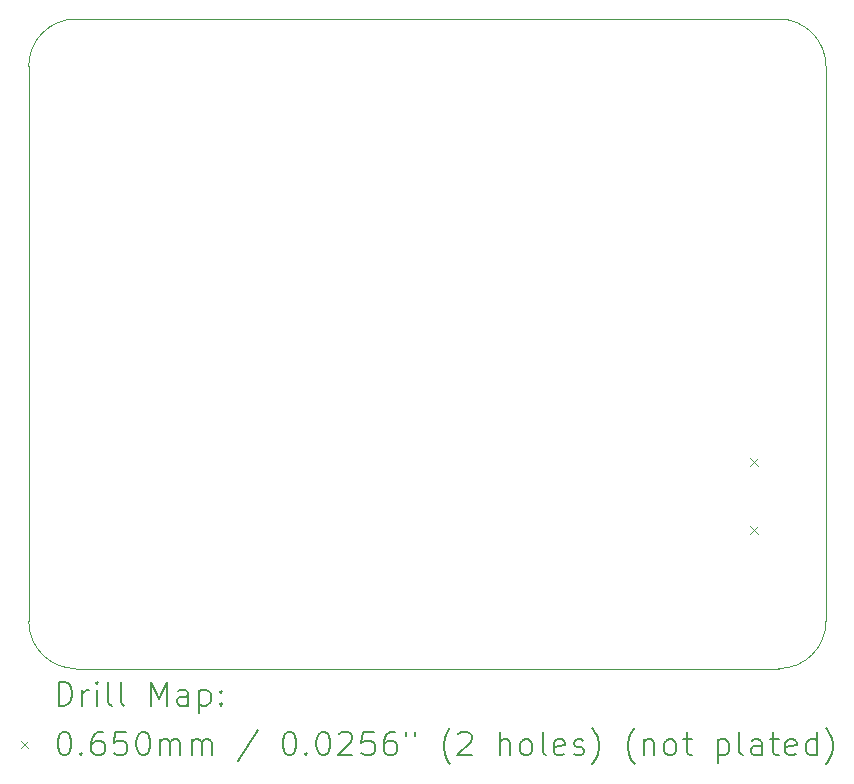
<source format=gbr>
%TF.GenerationSoftware,KiCad,Pcbnew,(6.0.10)*%
%TF.CreationDate,2023-06-21T21:11:07+02:00*%
%TF.ProjectId,FOX-PDA-v1,464f582d-5044-4412-9d76-312e6b696361,rev?*%
%TF.SameCoordinates,Original*%
%TF.FileFunction,Drillmap*%
%TF.FilePolarity,Positive*%
%FSLAX45Y45*%
G04 Gerber Fmt 4.5, Leading zero omitted, Abs format (unit mm)*
G04 Created by KiCad (PCBNEW (6.0.10)) date 2023-06-21 21:11:07*
%MOMM*%
%LPD*%
G01*
G04 APERTURE LIST*
%ADD10C,0.050000*%
%ADD11C,0.200000*%
%ADD12C,0.065000*%
G04 APERTURE END LIST*
D10*
X18150000Y-12100000D02*
G75*
G03*
X18550000Y-11700000I0J400000D01*
G01*
X18550000Y-7000000D02*
X18550000Y-11700000D01*
X11800000Y-11700000D02*
G75*
G03*
X12200000Y-12100000I400000J0D01*
G01*
X12200000Y-6600000D02*
G75*
G03*
X11800000Y-7000000I0J-400000D01*
G01*
X11800000Y-11700000D02*
X11800000Y-7000000D01*
X18550000Y-7000000D02*
G75*
G03*
X18150000Y-6600000I-400000J0D01*
G01*
X12200000Y-6600000D02*
X18150000Y-6600000D01*
X18150000Y-12100000D02*
X12200000Y-12100000D01*
D11*
D12*
X17907200Y-10318500D02*
X17972200Y-10383500D01*
X17972200Y-10318500D02*
X17907200Y-10383500D01*
X17907200Y-10896500D02*
X17972200Y-10961500D01*
X17972200Y-10896500D02*
X17907200Y-10961500D01*
D11*
X12055119Y-12412976D02*
X12055119Y-12212976D01*
X12102738Y-12212976D01*
X12131309Y-12222500D01*
X12150357Y-12241548D01*
X12159881Y-12260595D01*
X12169405Y-12298690D01*
X12169405Y-12327262D01*
X12159881Y-12365357D01*
X12150357Y-12384405D01*
X12131309Y-12403452D01*
X12102738Y-12412976D01*
X12055119Y-12412976D01*
X12255119Y-12412976D02*
X12255119Y-12279643D01*
X12255119Y-12317738D02*
X12264643Y-12298690D01*
X12274167Y-12289167D01*
X12293214Y-12279643D01*
X12312262Y-12279643D01*
X12378928Y-12412976D02*
X12378928Y-12279643D01*
X12378928Y-12212976D02*
X12369405Y-12222500D01*
X12378928Y-12232024D01*
X12388452Y-12222500D01*
X12378928Y-12212976D01*
X12378928Y-12232024D01*
X12502738Y-12412976D02*
X12483690Y-12403452D01*
X12474167Y-12384405D01*
X12474167Y-12212976D01*
X12607500Y-12412976D02*
X12588452Y-12403452D01*
X12578928Y-12384405D01*
X12578928Y-12212976D01*
X12836071Y-12412976D02*
X12836071Y-12212976D01*
X12902738Y-12355833D01*
X12969405Y-12212976D01*
X12969405Y-12412976D01*
X13150357Y-12412976D02*
X13150357Y-12308214D01*
X13140833Y-12289167D01*
X13121786Y-12279643D01*
X13083690Y-12279643D01*
X13064643Y-12289167D01*
X13150357Y-12403452D02*
X13131309Y-12412976D01*
X13083690Y-12412976D01*
X13064643Y-12403452D01*
X13055119Y-12384405D01*
X13055119Y-12365357D01*
X13064643Y-12346309D01*
X13083690Y-12336786D01*
X13131309Y-12336786D01*
X13150357Y-12327262D01*
X13245595Y-12279643D02*
X13245595Y-12479643D01*
X13245595Y-12289167D02*
X13264643Y-12279643D01*
X13302738Y-12279643D01*
X13321786Y-12289167D01*
X13331309Y-12298690D01*
X13340833Y-12317738D01*
X13340833Y-12374881D01*
X13331309Y-12393928D01*
X13321786Y-12403452D01*
X13302738Y-12412976D01*
X13264643Y-12412976D01*
X13245595Y-12403452D01*
X13426548Y-12393928D02*
X13436071Y-12403452D01*
X13426548Y-12412976D01*
X13417024Y-12403452D01*
X13426548Y-12393928D01*
X13426548Y-12412976D01*
X13426548Y-12289167D02*
X13436071Y-12298690D01*
X13426548Y-12308214D01*
X13417024Y-12298690D01*
X13426548Y-12289167D01*
X13426548Y-12308214D01*
D12*
X11732500Y-12710000D02*
X11797500Y-12775000D01*
X11797500Y-12710000D02*
X11732500Y-12775000D01*
D11*
X12093214Y-12632976D02*
X12112262Y-12632976D01*
X12131309Y-12642500D01*
X12140833Y-12652024D01*
X12150357Y-12671071D01*
X12159881Y-12709167D01*
X12159881Y-12756786D01*
X12150357Y-12794881D01*
X12140833Y-12813928D01*
X12131309Y-12823452D01*
X12112262Y-12832976D01*
X12093214Y-12832976D01*
X12074167Y-12823452D01*
X12064643Y-12813928D01*
X12055119Y-12794881D01*
X12045595Y-12756786D01*
X12045595Y-12709167D01*
X12055119Y-12671071D01*
X12064643Y-12652024D01*
X12074167Y-12642500D01*
X12093214Y-12632976D01*
X12245595Y-12813928D02*
X12255119Y-12823452D01*
X12245595Y-12832976D01*
X12236071Y-12823452D01*
X12245595Y-12813928D01*
X12245595Y-12832976D01*
X12426548Y-12632976D02*
X12388452Y-12632976D01*
X12369405Y-12642500D01*
X12359881Y-12652024D01*
X12340833Y-12680595D01*
X12331309Y-12718690D01*
X12331309Y-12794881D01*
X12340833Y-12813928D01*
X12350357Y-12823452D01*
X12369405Y-12832976D01*
X12407500Y-12832976D01*
X12426548Y-12823452D01*
X12436071Y-12813928D01*
X12445595Y-12794881D01*
X12445595Y-12747262D01*
X12436071Y-12728214D01*
X12426548Y-12718690D01*
X12407500Y-12709167D01*
X12369405Y-12709167D01*
X12350357Y-12718690D01*
X12340833Y-12728214D01*
X12331309Y-12747262D01*
X12626548Y-12632976D02*
X12531309Y-12632976D01*
X12521786Y-12728214D01*
X12531309Y-12718690D01*
X12550357Y-12709167D01*
X12597976Y-12709167D01*
X12617024Y-12718690D01*
X12626548Y-12728214D01*
X12636071Y-12747262D01*
X12636071Y-12794881D01*
X12626548Y-12813928D01*
X12617024Y-12823452D01*
X12597976Y-12832976D01*
X12550357Y-12832976D01*
X12531309Y-12823452D01*
X12521786Y-12813928D01*
X12759881Y-12632976D02*
X12778928Y-12632976D01*
X12797976Y-12642500D01*
X12807500Y-12652024D01*
X12817024Y-12671071D01*
X12826548Y-12709167D01*
X12826548Y-12756786D01*
X12817024Y-12794881D01*
X12807500Y-12813928D01*
X12797976Y-12823452D01*
X12778928Y-12832976D01*
X12759881Y-12832976D01*
X12740833Y-12823452D01*
X12731309Y-12813928D01*
X12721786Y-12794881D01*
X12712262Y-12756786D01*
X12712262Y-12709167D01*
X12721786Y-12671071D01*
X12731309Y-12652024D01*
X12740833Y-12642500D01*
X12759881Y-12632976D01*
X12912262Y-12832976D02*
X12912262Y-12699643D01*
X12912262Y-12718690D02*
X12921786Y-12709167D01*
X12940833Y-12699643D01*
X12969405Y-12699643D01*
X12988452Y-12709167D01*
X12997976Y-12728214D01*
X12997976Y-12832976D01*
X12997976Y-12728214D02*
X13007500Y-12709167D01*
X13026548Y-12699643D01*
X13055119Y-12699643D01*
X13074167Y-12709167D01*
X13083690Y-12728214D01*
X13083690Y-12832976D01*
X13178928Y-12832976D02*
X13178928Y-12699643D01*
X13178928Y-12718690D02*
X13188452Y-12709167D01*
X13207500Y-12699643D01*
X13236071Y-12699643D01*
X13255119Y-12709167D01*
X13264643Y-12728214D01*
X13264643Y-12832976D01*
X13264643Y-12728214D02*
X13274167Y-12709167D01*
X13293214Y-12699643D01*
X13321786Y-12699643D01*
X13340833Y-12709167D01*
X13350357Y-12728214D01*
X13350357Y-12832976D01*
X13740833Y-12623452D02*
X13569405Y-12880595D01*
X13997976Y-12632976D02*
X14017024Y-12632976D01*
X14036071Y-12642500D01*
X14045595Y-12652024D01*
X14055119Y-12671071D01*
X14064643Y-12709167D01*
X14064643Y-12756786D01*
X14055119Y-12794881D01*
X14045595Y-12813928D01*
X14036071Y-12823452D01*
X14017024Y-12832976D01*
X13997976Y-12832976D01*
X13978928Y-12823452D01*
X13969405Y-12813928D01*
X13959881Y-12794881D01*
X13950357Y-12756786D01*
X13950357Y-12709167D01*
X13959881Y-12671071D01*
X13969405Y-12652024D01*
X13978928Y-12642500D01*
X13997976Y-12632976D01*
X14150357Y-12813928D02*
X14159881Y-12823452D01*
X14150357Y-12832976D01*
X14140833Y-12823452D01*
X14150357Y-12813928D01*
X14150357Y-12832976D01*
X14283690Y-12632976D02*
X14302738Y-12632976D01*
X14321786Y-12642500D01*
X14331309Y-12652024D01*
X14340833Y-12671071D01*
X14350357Y-12709167D01*
X14350357Y-12756786D01*
X14340833Y-12794881D01*
X14331309Y-12813928D01*
X14321786Y-12823452D01*
X14302738Y-12832976D01*
X14283690Y-12832976D01*
X14264643Y-12823452D01*
X14255119Y-12813928D01*
X14245595Y-12794881D01*
X14236071Y-12756786D01*
X14236071Y-12709167D01*
X14245595Y-12671071D01*
X14255119Y-12652024D01*
X14264643Y-12642500D01*
X14283690Y-12632976D01*
X14426548Y-12652024D02*
X14436071Y-12642500D01*
X14455119Y-12632976D01*
X14502738Y-12632976D01*
X14521786Y-12642500D01*
X14531309Y-12652024D01*
X14540833Y-12671071D01*
X14540833Y-12690119D01*
X14531309Y-12718690D01*
X14417024Y-12832976D01*
X14540833Y-12832976D01*
X14721786Y-12632976D02*
X14626548Y-12632976D01*
X14617024Y-12728214D01*
X14626548Y-12718690D01*
X14645595Y-12709167D01*
X14693214Y-12709167D01*
X14712262Y-12718690D01*
X14721786Y-12728214D01*
X14731309Y-12747262D01*
X14731309Y-12794881D01*
X14721786Y-12813928D01*
X14712262Y-12823452D01*
X14693214Y-12832976D01*
X14645595Y-12832976D01*
X14626548Y-12823452D01*
X14617024Y-12813928D01*
X14902738Y-12632976D02*
X14864643Y-12632976D01*
X14845595Y-12642500D01*
X14836071Y-12652024D01*
X14817024Y-12680595D01*
X14807500Y-12718690D01*
X14807500Y-12794881D01*
X14817024Y-12813928D01*
X14826548Y-12823452D01*
X14845595Y-12832976D01*
X14883690Y-12832976D01*
X14902738Y-12823452D01*
X14912262Y-12813928D01*
X14921786Y-12794881D01*
X14921786Y-12747262D01*
X14912262Y-12728214D01*
X14902738Y-12718690D01*
X14883690Y-12709167D01*
X14845595Y-12709167D01*
X14826548Y-12718690D01*
X14817024Y-12728214D01*
X14807500Y-12747262D01*
X14997976Y-12632976D02*
X14997976Y-12671071D01*
X15074167Y-12632976D02*
X15074167Y-12671071D01*
X15369405Y-12909167D02*
X15359881Y-12899643D01*
X15340833Y-12871071D01*
X15331309Y-12852024D01*
X15321786Y-12823452D01*
X15312262Y-12775833D01*
X15312262Y-12737738D01*
X15321786Y-12690119D01*
X15331309Y-12661548D01*
X15340833Y-12642500D01*
X15359881Y-12613928D01*
X15369405Y-12604405D01*
X15436071Y-12652024D02*
X15445595Y-12642500D01*
X15464643Y-12632976D01*
X15512262Y-12632976D01*
X15531309Y-12642500D01*
X15540833Y-12652024D01*
X15550357Y-12671071D01*
X15550357Y-12690119D01*
X15540833Y-12718690D01*
X15426548Y-12832976D01*
X15550357Y-12832976D01*
X15788452Y-12832976D02*
X15788452Y-12632976D01*
X15874167Y-12832976D02*
X15874167Y-12728214D01*
X15864643Y-12709167D01*
X15845595Y-12699643D01*
X15817024Y-12699643D01*
X15797976Y-12709167D01*
X15788452Y-12718690D01*
X15997976Y-12832976D02*
X15978928Y-12823452D01*
X15969405Y-12813928D01*
X15959881Y-12794881D01*
X15959881Y-12737738D01*
X15969405Y-12718690D01*
X15978928Y-12709167D01*
X15997976Y-12699643D01*
X16026548Y-12699643D01*
X16045595Y-12709167D01*
X16055119Y-12718690D01*
X16064643Y-12737738D01*
X16064643Y-12794881D01*
X16055119Y-12813928D01*
X16045595Y-12823452D01*
X16026548Y-12832976D01*
X15997976Y-12832976D01*
X16178928Y-12832976D02*
X16159881Y-12823452D01*
X16150357Y-12804405D01*
X16150357Y-12632976D01*
X16331309Y-12823452D02*
X16312262Y-12832976D01*
X16274167Y-12832976D01*
X16255119Y-12823452D01*
X16245595Y-12804405D01*
X16245595Y-12728214D01*
X16255119Y-12709167D01*
X16274167Y-12699643D01*
X16312262Y-12699643D01*
X16331309Y-12709167D01*
X16340833Y-12728214D01*
X16340833Y-12747262D01*
X16245595Y-12766309D01*
X16417024Y-12823452D02*
X16436071Y-12832976D01*
X16474167Y-12832976D01*
X16493214Y-12823452D01*
X16502738Y-12804405D01*
X16502738Y-12794881D01*
X16493214Y-12775833D01*
X16474167Y-12766309D01*
X16445595Y-12766309D01*
X16426548Y-12756786D01*
X16417024Y-12737738D01*
X16417024Y-12728214D01*
X16426548Y-12709167D01*
X16445595Y-12699643D01*
X16474167Y-12699643D01*
X16493214Y-12709167D01*
X16569405Y-12909167D02*
X16578928Y-12899643D01*
X16597976Y-12871071D01*
X16607500Y-12852024D01*
X16617024Y-12823452D01*
X16626548Y-12775833D01*
X16626548Y-12737738D01*
X16617024Y-12690119D01*
X16607500Y-12661548D01*
X16597976Y-12642500D01*
X16578928Y-12613928D01*
X16569405Y-12604405D01*
X16931310Y-12909167D02*
X16921786Y-12899643D01*
X16902738Y-12871071D01*
X16893214Y-12852024D01*
X16883690Y-12823452D01*
X16874167Y-12775833D01*
X16874167Y-12737738D01*
X16883690Y-12690119D01*
X16893214Y-12661548D01*
X16902738Y-12642500D01*
X16921786Y-12613928D01*
X16931310Y-12604405D01*
X17007500Y-12699643D02*
X17007500Y-12832976D01*
X17007500Y-12718690D02*
X17017024Y-12709167D01*
X17036071Y-12699643D01*
X17064643Y-12699643D01*
X17083690Y-12709167D01*
X17093214Y-12728214D01*
X17093214Y-12832976D01*
X17217024Y-12832976D02*
X17197976Y-12823452D01*
X17188452Y-12813928D01*
X17178929Y-12794881D01*
X17178929Y-12737738D01*
X17188452Y-12718690D01*
X17197976Y-12709167D01*
X17217024Y-12699643D01*
X17245595Y-12699643D01*
X17264643Y-12709167D01*
X17274167Y-12718690D01*
X17283690Y-12737738D01*
X17283690Y-12794881D01*
X17274167Y-12813928D01*
X17264643Y-12823452D01*
X17245595Y-12832976D01*
X17217024Y-12832976D01*
X17340833Y-12699643D02*
X17417024Y-12699643D01*
X17369405Y-12632976D02*
X17369405Y-12804405D01*
X17378929Y-12823452D01*
X17397976Y-12832976D01*
X17417024Y-12832976D01*
X17636071Y-12699643D02*
X17636071Y-12899643D01*
X17636071Y-12709167D02*
X17655119Y-12699643D01*
X17693214Y-12699643D01*
X17712262Y-12709167D01*
X17721786Y-12718690D01*
X17731310Y-12737738D01*
X17731310Y-12794881D01*
X17721786Y-12813928D01*
X17712262Y-12823452D01*
X17693214Y-12832976D01*
X17655119Y-12832976D01*
X17636071Y-12823452D01*
X17845595Y-12832976D02*
X17826548Y-12823452D01*
X17817024Y-12804405D01*
X17817024Y-12632976D01*
X18007500Y-12832976D02*
X18007500Y-12728214D01*
X17997976Y-12709167D01*
X17978929Y-12699643D01*
X17940833Y-12699643D01*
X17921786Y-12709167D01*
X18007500Y-12823452D02*
X17988452Y-12832976D01*
X17940833Y-12832976D01*
X17921786Y-12823452D01*
X17912262Y-12804405D01*
X17912262Y-12785357D01*
X17921786Y-12766309D01*
X17940833Y-12756786D01*
X17988452Y-12756786D01*
X18007500Y-12747262D01*
X18074167Y-12699643D02*
X18150357Y-12699643D01*
X18102738Y-12632976D02*
X18102738Y-12804405D01*
X18112262Y-12823452D01*
X18131310Y-12832976D01*
X18150357Y-12832976D01*
X18293214Y-12823452D02*
X18274167Y-12832976D01*
X18236071Y-12832976D01*
X18217024Y-12823452D01*
X18207500Y-12804405D01*
X18207500Y-12728214D01*
X18217024Y-12709167D01*
X18236071Y-12699643D01*
X18274167Y-12699643D01*
X18293214Y-12709167D01*
X18302738Y-12728214D01*
X18302738Y-12747262D01*
X18207500Y-12766309D01*
X18474167Y-12832976D02*
X18474167Y-12632976D01*
X18474167Y-12823452D02*
X18455119Y-12832976D01*
X18417024Y-12832976D01*
X18397976Y-12823452D01*
X18388452Y-12813928D01*
X18378929Y-12794881D01*
X18378929Y-12737738D01*
X18388452Y-12718690D01*
X18397976Y-12709167D01*
X18417024Y-12699643D01*
X18455119Y-12699643D01*
X18474167Y-12709167D01*
X18550357Y-12909167D02*
X18559881Y-12899643D01*
X18578929Y-12871071D01*
X18588452Y-12852024D01*
X18597976Y-12823452D01*
X18607500Y-12775833D01*
X18607500Y-12737738D01*
X18597976Y-12690119D01*
X18588452Y-12661548D01*
X18578929Y-12642500D01*
X18559881Y-12613928D01*
X18550357Y-12604405D01*
M02*

</source>
